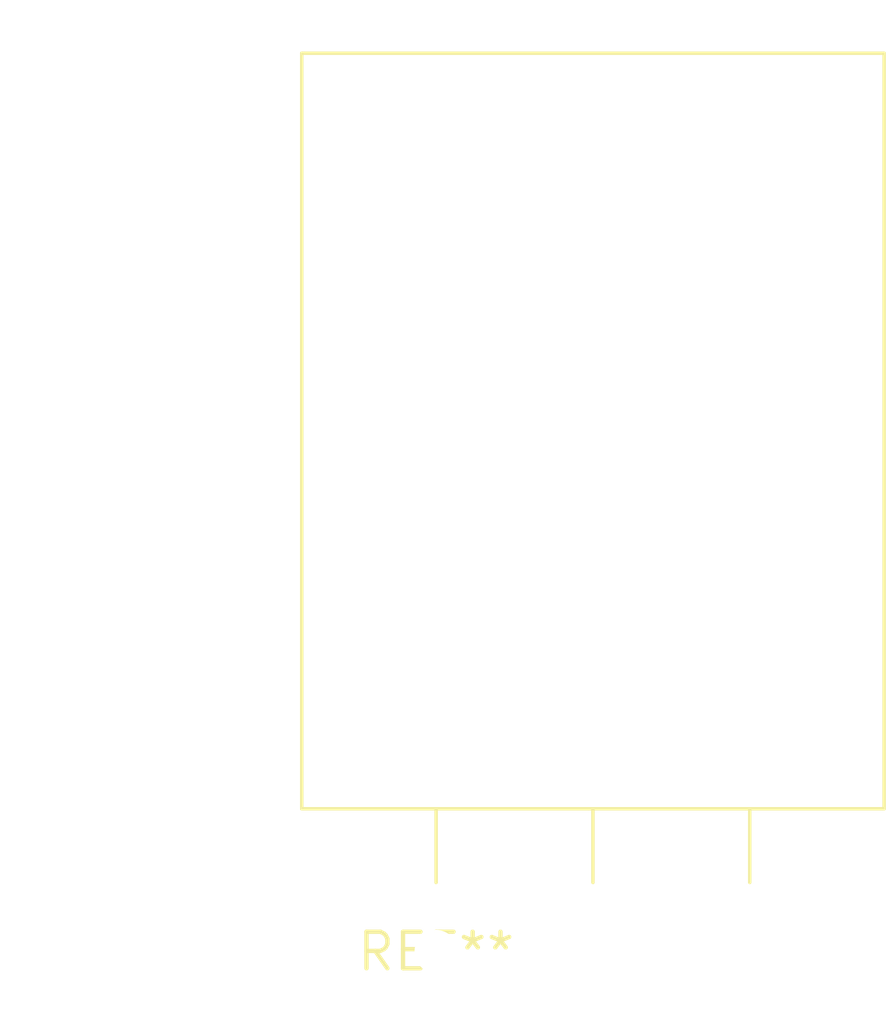
<source format=kicad_pcb>
(kicad_pcb (version 20240108) (generator pcbnew)
  (layers (0 "F.Cu" signal) (31 "B.Cu" signal) (34 "B.Paste" user) (35 "F.Paste" user) (36 "B.SilkS" user "B.Silkscreen") (37 "F.SilkS" user "F.Silkscreen") (38 "B.Mask" user) (39 "F.Mask" user) (44 "Edge.Cuts" user))
  (net 0 "")
  (footprint "TO-264-3_Horizontal_TabDown" (layer "F.Cu") (at 0 0)
    (property "Reference" "REF**")
    (property "Value" "TO-264-3_Horizontal_TabDown")
    (fp_line (start -4.67 -31.2) (end -4.67 -4.96) (layer "F.SilkS") (stroke (width 0.12)))
    (fp_line (start -4.67 -31.2) (end 15.57 -31.2) (layer "F.SilkS") (stroke (width 0.12)))
    (fp_line (start -4.67 -4.96) (end 15.57 -4.96) (layer "F.SilkS") (stroke (width 0.12)))
    (fp_line (start 0 -4.96) (end 0 -2.4) (layer "F.SilkS") (stroke (width 0.12)))
    (fp_line (start 5.45 -4.96) (end 5.45 -2.4) (layer "F.SilkS") (stroke (width 0.12)))
    (fp_line (start 10.9 -4.96) (end 10.9 -2.4) (layer "F.SilkS") (stroke (width 0.12)))
    (fp_line (start 15.57 -31.2) (end 15.57 -4.96) (layer "F.SilkS") (stroke (width 0.12)))
    (pad "" np_thru_hole oval (at 5.45 -25.08) (size 3.3 3.3) (drill 3.3) (layers *.Cu *.Mask))
    (pad "1" thru_hole rect (at 0 0) (size 2.5 4.5) (drill 1.5) (layers *.Cu *.Mask) (remove_unused_layers))
    (pad "2" thru_hole oval (at 5.45 0) (size 2.5 4.5) (drill 1.5) (layers *.Cu *.Mask) (remove_unused_layers))
    (pad "3" thru_hole oval (at 10.9 0) (size 2.5 4.5) (drill 1.5) (layers *.Cu *.Mask) (remove_unused_layers))
  )
)
</source>
